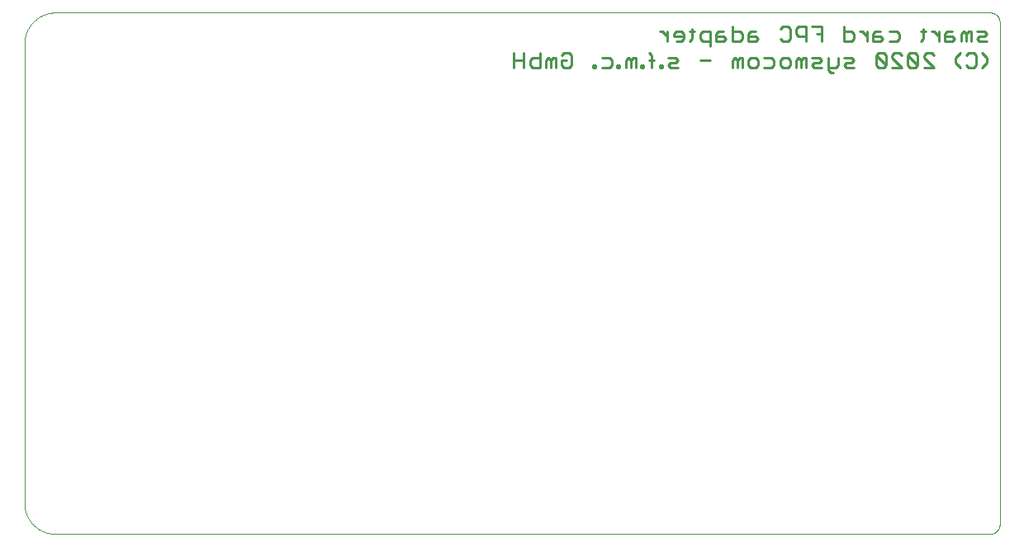
<source format=gbo>
G75*
%MOIN*%
%OFA0B0*%
%FSLAX25Y25*%
%IPPOS*%
%LPD*%
%AMOC8*
5,1,8,0,0,1.08239X$1,22.5*
%
%ADD10C,0.00000*%
%ADD11C,0.01000*%
D10*
X0013770Y0002234D02*
X0391014Y0002234D01*
X0391138Y0002236D01*
X0391261Y0002242D01*
X0391385Y0002251D01*
X0391507Y0002265D01*
X0391630Y0002282D01*
X0391752Y0002304D01*
X0391873Y0002329D01*
X0391993Y0002358D01*
X0392112Y0002390D01*
X0392231Y0002427D01*
X0392348Y0002467D01*
X0392463Y0002510D01*
X0392578Y0002558D01*
X0392690Y0002609D01*
X0392801Y0002663D01*
X0392911Y0002721D01*
X0393018Y0002782D01*
X0393124Y0002847D01*
X0393227Y0002915D01*
X0393328Y0002986D01*
X0393427Y0003060D01*
X0393524Y0003137D01*
X0393618Y0003218D01*
X0393709Y0003301D01*
X0393798Y0003387D01*
X0393884Y0003476D01*
X0393967Y0003567D01*
X0394048Y0003661D01*
X0394125Y0003758D01*
X0394199Y0003857D01*
X0394270Y0003958D01*
X0394338Y0004061D01*
X0394403Y0004167D01*
X0394464Y0004274D01*
X0394522Y0004384D01*
X0394576Y0004495D01*
X0394627Y0004607D01*
X0394675Y0004722D01*
X0394718Y0004837D01*
X0394758Y0004954D01*
X0394795Y0005073D01*
X0394827Y0005192D01*
X0394856Y0005312D01*
X0394881Y0005433D01*
X0394903Y0005555D01*
X0394920Y0005678D01*
X0394934Y0005800D01*
X0394943Y0005924D01*
X0394949Y0006047D01*
X0394951Y0006171D01*
X0394951Y0208927D01*
X0394949Y0209051D01*
X0394943Y0209174D01*
X0394934Y0209298D01*
X0394920Y0209420D01*
X0394903Y0209543D01*
X0394881Y0209665D01*
X0394856Y0209786D01*
X0394827Y0209906D01*
X0394795Y0210025D01*
X0394758Y0210144D01*
X0394718Y0210261D01*
X0394675Y0210376D01*
X0394627Y0210491D01*
X0394576Y0210603D01*
X0394522Y0210714D01*
X0394464Y0210824D01*
X0394403Y0210931D01*
X0394338Y0211037D01*
X0394270Y0211140D01*
X0394199Y0211241D01*
X0394125Y0211340D01*
X0394048Y0211437D01*
X0393967Y0211531D01*
X0393884Y0211622D01*
X0393798Y0211711D01*
X0393709Y0211797D01*
X0393618Y0211880D01*
X0393524Y0211961D01*
X0393427Y0212038D01*
X0393328Y0212112D01*
X0393227Y0212183D01*
X0393124Y0212251D01*
X0393018Y0212316D01*
X0392911Y0212377D01*
X0392801Y0212435D01*
X0392690Y0212489D01*
X0392578Y0212540D01*
X0392463Y0212588D01*
X0392348Y0212631D01*
X0392231Y0212671D01*
X0392112Y0212708D01*
X0391993Y0212740D01*
X0391873Y0212769D01*
X0391752Y0212794D01*
X0391630Y0212816D01*
X0391507Y0212833D01*
X0391385Y0212847D01*
X0391261Y0212856D01*
X0391138Y0212862D01*
X0391014Y0212864D01*
X0013770Y0212864D01*
X0013467Y0212860D01*
X0013165Y0212849D01*
X0012863Y0212831D01*
X0012562Y0212806D01*
X0012261Y0212773D01*
X0011961Y0212733D01*
X0011662Y0212685D01*
X0011365Y0212631D01*
X0011068Y0212569D01*
X0010774Y0212500D01*
X0010481Y0212424D01*
X0010190Y0212341D01*
X0009901Y0212251D01*
X0009615Y0212154D01*
X0009330Y0212050D01*
X0009049Y0211940D01*
X0008770Y0211822D01*
X0008494Y0211698D01*
X0008221Y0211567D01*
X0007952Y0211430D01*
X0007685Y0211286D01*
X0007423Y0211136D01*
X0007164Y0210979D01*
X0006909Y0210817D01*
X0006658Y0210648D01*
X0006411Y0210473D01*
X0006168Y0210292D01*
X0005930Y0210106D01*
X0005697Y0209913D01*
X0005468Y0209715D01*
X0005244Y0209512D01*
X0005025Y0209303D01*
X0004811Y0209089D01*
X0004602Y0208870D01*
X0004399Y0208646D01*
X0004201Y0208417D01*
X0004008Y0208184D01*
X0003822Y0207946D01*
X0003641Y0207703D01*
X0003466Y0207456D01*
X0003297Y0207205D01*
X0003135Y0206950D01*
X0002978Y0206691D01*
X0002828Y0206429D01*
X0002684Y0206162D01*
X0002547Y0205893D01*
X0002416Y0205620D01*
X0002292Y0205344D01*
X0002174Y0205065D01*
X0002064Y0204784D01*
X0001960Y0204499D01*
X0001863Y0204213D01*
X0001773Y0203924D01*
X0001690Y0203633D01*
X0001614Y0203340D01*
X0001545Y0203046D01*
X0001483Y0202749D01*
X0001429Y0202452D01*
X0001381Y0202153D01*
X0001341Y0201853D01*
X0001308Y0201552D01*
X0001283Y0201251D01*
X0001265Y0200949D01*
X0001254Y0200647D01*
X0001250Y0200344D01*
X0001250Y0014754D01*
X0001254Y0014451D01*
X0001265Y0014149D01*
X0001283Y0013847D01*
X0001308Y0013546D01*
X0001341Y0013245D01*
X0001381Y0012945D01*
X0001429Y0012646D01*
X0001483Y0012349D01*
X0001545Y0012052D01*
X0001614Y0011758D01*
X0001690Y0011465D01*
X0001773Y0011174D01*
X0001863Y0010885D01*
X0001960Y0010599D01*
X0002064Y0010314D01*
X0002174Y0010033D01*
X0002292Y0009754D01*
X0002416Y0009478D01*
X0002547Y0009205D01*
X0002684Y0008936D01*
X0002828Y0008669D01*
X0002978Y0008407D01*
X0003135Y0008148D01*
X0003297Y0007893D01*
X0003466Y0007642D01*
X0003641Y0007395D01*
X0003822Y0007152D01*
X0004008Y0006914D01*
X0004201Y0006681D01*
X0004399Y0006452D01*
X0004602Y0006228D01*
X0004811Y0006009D01*
X0005025Y0005795D01*
X0005244Y0005586D01*
X0005468Y0005383D01*
X0005697Y0005185D01*
X0005930Y0004992D01*
X0006168Y0004806D01*
X0006411Y0004625D01*
X0006658Y0004450D01*
X0006909Y0004281D01*
X0007164Y0004119D01*
X0007423Y0003962D01*
X0007685Y0003812D01*
X0007952Y0003668D01*
X0008221Y0003531D01*
X0008494Y0003400D01*
X0008770Y0003276D01*
X0009049Y0003158D01*
X0009330Y0003048D01*
X0009615Y0002944D01*
X0009901Y0002847D01*
X0010190Y0002757D01*
X0010481Y0002674D01*
X0010774Y0002598D01*
X0011068Y0002529D01*
X0011365Y0002467D01*
X0011662Y0002413D01*
X0011961Y0002365D01*
X0012261Y0002325D01*
X0012562Y0002292D01*
X0012863Y0002267D01*
X0013165Y0002249D01*
X0013467Y0002238D01*
X0013770Y0002234D01*
D11*
X0325589Y0189733D02*
X0326589Y0188733D01*
X0327590Y0188733D01*
X0325589Y0189733D02*
X0325589Y0194738D01*
X0323147Y0193737D02*
X0322146Y0192736D01*
X0320144Y0192736D01*
X0319143Y0191735D01*
X0320144Y0190734D01*
X0323147Y0190734D01*
X0325589Y0190734D02*
X0328591Y0190734D01*
X0329592Y0191735D01*
X0329592Y0194738D01*
X0332034Y0194738D02*
X0335037Y0194738D01*
X0336038Y0193737D01*
X0335037Y0192736D01*
X0333035Y0192736D01*
X0332034Y0191735D01*
X0333035Y0190734D01*
X0336038Y0190734D01*
X0344925Y0191735D02*
X0345926Y0190734D01*
X0347928Y0190734D01*
X0348929Y0191735D01*
X0344925Y0195739D01*
X0344925Y0191735D01*
X0344925Y0195739D02*
X0345926Y0196739D01*
X0347928Y0196739D01*
X0348929Y0195739D01*
X0348929Y0191735D01*
X0351371Y0190734D02*
X0355374Y0190734D01*
X0351371Y0194738D01*
X0351371Y0195739D01*
X0352371Y0196739D01*
X0354373Y0196739D01*
X0355374Y0195739D01*
X0357816Y0195739D02*
X0357816Y0191735D01*
X0358817Y0190734D01*
X0360819Y0190734D01*
X0361820Y0191735D01*
X0357816Y0195739D01*
X0358817Y0196739D01*
X0360819Y0196739D01*
X0361820Y0195739D01*
X0361820Y0191735D01*
X0364262Y0190734D02*
X0368265Y0190734D01*
X0364262Y0194738D01*
X0364262Y0195739D01*
X0365262Y0196739D01*
X0367264Y0196739D01*
X0368265Y0195739D01*
X0377006Y0194738D02*
X0377006Y0192736D01*
X0379008Y0190734D01*
X0381450Y0191735D02*
X0382450Y0190734D01*
X0384452Y0190734D01*
X0385453Y0191735D01*
X0385453Y0195739D01*
X0384452Y0196739D01*
X0382450Y0196739D01*
X0381450Y0195739D01*
X0379008Y0196739D02*
X0377006Y0194738D01*
X0387748Y0196739D02*
X0389750Y0194738D01*
X0389750Y0192736D01*
X0387748Y0190734D01*
X0386747Y0201234D02*
X0385747Y0202235D01*
X0386747Y0203236D01*
X0388749Y0203236D01*
X0389750Y0204237D01*
X0388749Y0205238D01*
X0385747Y0205238D01*
X0383305Y0205238D02*
X0382304Y0205238D01*
X0381303Y0204237D01*
X0380302Y0205238D01*
X0379301Y0204237D01*
X0379301Y0201234D01*
X0381303Y0201234D02*
X0381303Y0204237D01*
X0383305Y0205238D02*
X0383305Y0201234D01*
X0386747Y0201234D02*
X0389750Y0201234D01*
X0376859Y0202235D02*
X0375858Y0203236D01*
X0372856Y0203236D01*
X0372856Y0204237D02*
X0372856Y0201234D01*
X0375858Y0201234D01*
X0376859Y0202235D01*
X0375858Y0205238D02*
X0373856Y0205238D01*
X0372856Y0204237D01*
X0370414Y0205238D02*
X0370414Y0201234D01*
X0370414Y0203236D02*
X0368412Y0205238D01*
X0367411Y0205238D01*
X0365042Y0205238D02*
X0363041Y0205238D01*
X0364041Y0206239D02*
X0364041Y0202235D01*
X0363041Y0201234D01*
X0354300Y0202235D02*
X0353299Y0201234D01*
X0350296Y0201234D01*
X0347854Y0202235D02*
X0346853Y0203236D01*
X0343851Y0203236D01*
X0343851Y0204237D02*
X0343851Y0201234D01*
X0346853Y0201234D01*
X0347854Y0202235D01*
X0346853Y0205238D02*
X0344852Y0205238D01*
X0343851Y0204237D01*
X0341409Y0205238D02*
X0341409Y0201234D01*
X0341409Y0203236D02*
X0339407Y0205238D01*
X0338406Y0205238D01*
X0336038Y0204237D02*
X0335037Y0205238D01*
X0332034Y0205238D01*
X0332034Y0207239D02*
X0332034Y0201234D01*
X0335037Y0201234D01*
X0336038Y0202235D01*
X0336038Y0204237D01*
X0323147Y0204237D02*
X0321145Y0204237D01*
X0323147Y0207239D02*
X0323147Y0201234D01*
X0316701Y0201234D02*
X0316701Y0207239D01*
X0313698Y0207239D01*
X0312698Y0206239D01*
X0312698Y0204237D01*
X0313698Y0203236D01*
X0316701Y0203236D01*
X0310256Y0202235D02*
X0309255Y0201234D01*
X0307253Y0201234D01*
X0306252Y0202235D01*
X0306252Y0206239D02*
X0307253Y0207239D01*
X0309255Y0207239D01*
X0310256Y0206239D01*
X0310256Y0202235D01*
X0319143Y0207239D02*
X0323147Y0207239D01*
X0322146Y0194738D02*
X0319143Y0194738D01*
X0316701Y0194738D02*
X0315700Y0194738D01*
X0314699Y0193737D01*
X0313698Y0194738D01*
X0312698Y0193737D01*
X0312698Y0190734D01*
X0314699Y0190734D02*
X0314699Y0193737D01*
X0316701Y0194738D02*
X0316701Y0190734D01*
X0310256Y0191735D02*
X0309255Y0190734D01*
X0307253Y0190734D01*
X0306252Y0191735D01*
X0306252Y0193737D01*
X0307253Y0194738D01*
X0309255Y0194738D01*
X0310256Y0193737D01*
X0310256Y0191735D01*
X0303810Y0191735D02*
X0302809Y0190734D01*
X0299807Y0190734D01*
X0297365Y0191735D02*
X0296364Y0190734D01*
X0294362Y0190734D01*
X0293361Y0191735D01*
X0293361Y0193737D01*
X0294362Y0194738D01*
X0296364Y0194738D01*
X0297365Y0193737D01*
X0297365Y0191735D01*
X0299807Y0194738D02*
X0302809Y0194738D01*
X0303810Y0193737D01*
X0303810Y0191735D01*
X0290919Y0190734D02*
X0290919Y0194738D01*
X0289918Y0194738D01*
X0288917Y0193737D01*
X0287916Y0194738D01*
X0286916Y0193737D01*
X0286916Y0190734D01*
X0288917Y0190734D02*
X0288917Y0193737D01*
X0278028Y0193737D02*
X0274025Y0193737D01*
X0278028Y0199233D02*
X0278028Y0205238D01*
X0275025Y0205238D01*
X0274025Y0204237D01*
X0274025Y0202235D01*
X0275025Y0201234D01*
X0278028Y0201234D01*
X0280470Y0201234D02*
X0283473Y0201234D01*
X0284474Y0202235D01*
X0283473Y0203236D01*
X0280470Y0203236D01*
X0280470Y0204237D02*
X0280470Y0201234D01*
X0280470Y0204237D02*
X0281471Y0205238D01*
X0283473Y0205238D01*
X0286916Y0205238D02*
X0289918Y0205238D01*
X0290919Y0204237D01*
X0290919Y0202235D01*
X0289918Y0201234D01*
X0286916Y0201234D01*
X0286916Y0207239D01*
X0293361Y0204237D02*
X0293361Y0201234D01*
X0296364Y0201234D01*
X0297365Y0202235D01*
X0296364Y0203236D01*
X0293361Y0203236D01*
X0293361Y0204237D02*
X0294362Y0205238D01*
X0296364Y0205238D01*
X0271583Y0205238D02*
X0269581Y0205238D01*
X0270582Y0206239D02*
X0270582Y0202235D01*
X0269581Y0201234D01*
X0267286Y0202235D02*
X0267286Y0204237D01*
X0266285Y0205238D01*
X0264283Y0205238D01*
X0263282Y0204237D01*
X0263282Y0203236D01*
X0267286Y0203236D01*
X0267286Y0202235D02*
X0266285Y0201234D01*
X0264283Y0201234D01*
X0260840Y0201234D02*
X0260840Y0205238D01*
X0258838Y0205238D02*
X0257837Y0205238D01*
X0258838Y0205238D02*
X0260840Y0203236D01*
X0253467Y0196739D02*
X0254468Y0195739D01*
X0254468Y0190734D01*
X0257691Y0190734D02*
X0257691Y0191735D01*
X0258692Y0191735D01*
X0258692Y0190734D01*
X0257691Y0190734D01*
X0261134Y0191735D02*
X0262134Y0192736D01*
X0264136Y0192736D01*
X0265137Y0193737D01*
X0264136Y0194738D01*
X0261134Y0194738D01*
X0261134Y0191735D02*
X0262134Y0190734D01*
X0265137Y0190734D01*
X0255469Y0193737D02*
X0253467Y0193737D01*
X0251172Y0191735D02*
X0250171Y0191735D01*
X0250171Y0190734D01*
X0251172Y0190734D01*
X0251172Y0191735D01*
X0247949Y0190734D02*
X0247949Y0194738D01*
X0246948Y0194738D01*
X0245947Y0193737D01*
X0244947Y0194738D01*
X0243946Y0193737D01*
X0243946Y0190734D01*
X0245947Y0190734D02*
X0245947Y0193737D01*
X0241504Y0191735D02*
X0241504Y0190734D01*
X0240503Y0190734D01*
X0240503Y0191735D01*
X0241504Y0191735D01*
X0238281Y0191735D02*
X0237280Y0190734D01*
X0234277Y0190734D01*
X0231835Y0190734D02*
X0231835Y0191735D01*
X0230834Y0191735D01*
X0230834Y0190734D01*
X0231835Y0190734D01*
X0234277Y0194738D02*
X0237280Y0194738D01*
X0238281Y0193737D01*
X0238281Y0191735D01*
X0222167Y0191735D02*
X0221166Y0190734D01*
X0219165Y0190734D01*
X0218164Y0191735D01*
X0218164Y0193737D01*
X0220165Y0193737D01*
X0218164Y0195739D02*
X0219165Y0196739D01*
X0221166Y0196739D01*
X0222167Y0195739D01*
X0222167Y0191735D01*
X0215722Y0190734D02*
X0215722Y0194738D01*
X0214721Y0194738D01*
X0213720Y0193737D01*
X0212719Y0194738D01*
X0211718Y0193737D01*
X0211718Y0190734D01*
X0213720Y0190734D02*
X0213720Y0193737D01*
X0209276Y0194738D02*
X0206274Y0194738D01*
X0205273Y0193737D01*
X0205273Y0191735D01*
X0206274Y0190734D01*
X0209276Y0190734D01*
X0209276Y0196739D01*
X0202831Y0196739D02*
X0202831Y0190734D01*
X0198827Y0190734D02*
X0198827Y0196739D01*
X0198827Y0193737D02*
X0202831Y0193737D01*
X0322146Y0194738D02*
X0323147Y0193737D01*
X0350296Y0205238D02*
X0353299Y0205238D01*
X0354300Y0204237D01*
X0354300Y0202235D01*
M02*

</source>
